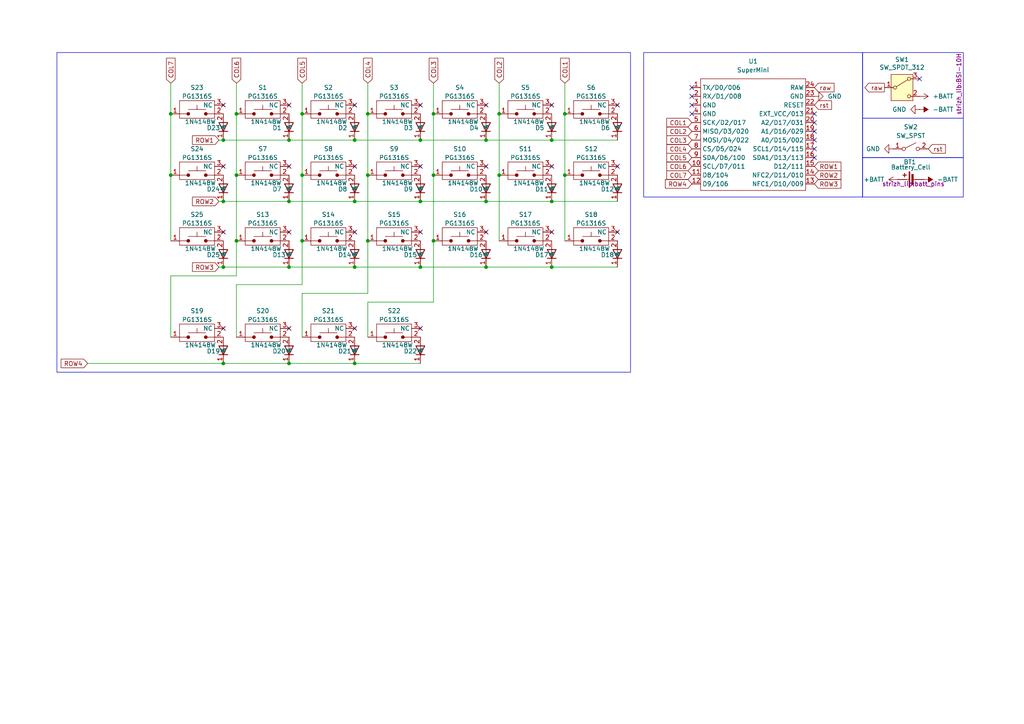
<source format=kicad_sch>
(kicad_sch (version 20250114) (generator "eeschema") (generator_version "9.0")
  (paper "A4")
  (title_block (title "strizh keyboard left half (7 columns)") (rev "v1.0.0") (company "Alex Rozhkov (ralex2304)"))
  (lib_symbols
    (symbol "Device:Battery_Cell" (pin_numbers (hide yes)) (pin_names (offset 0) (hide yes))
      (property "Reference" "BT1" (at 5.08 1.524 90))
      (property "Value" "Battery_Cell" (at 3.556 1.27 90))
      (property "Footprint" "strizh_lib:batt_pins" (at -1.27 0.508 90))
      (symbol "Battery_Cell_0_1"
        (rectangle (start -2.286 1.778) (end 2.286 1.524) (fill (type outline)))
        (rectangle (start -1.524 1.016) (end 1.524 0.508) (fill (type outline)))
        (polyline (pts (xy 0 1.778) (xy 0 2.54)))
        (polyline (pts (xy 0 0.762) (xy 0 0)))
        (polyline (pts (xy 0.762 3.048) (xy 1.778 3.048)) (stroke (width 0.254)))
        (polyline (pts (xy 1.27 3.556) (xy 1.27 2.54)) (stroke (width 0.254)))
      )
      (symbol "Battery_Cell_1_1"
        (pin power_out line (at 0 5.08 270) (length 2.54) (name "+") (number "1"))
        (pin power_out line (at 0 -2.54 90) (length 2.54) (name "-") (number "2"))
      )
    )
    (symbol "Switch:SW_SPDT_312" (pin_names (offset 1) (hide yes))
      (property "Reference" "SW" (at 0 5.08 0))
      (property "Value" "SW_SPDT_312" (at 0 -5.08 0))
      (symbol "SW_SPDT_312_0_1"
        (circle (center -2.032 0) (radius 0.4572))
        (polyline (pts (xy -1.651 0.254) (xy 1.651 2.286)))
        (circle (center 2.032 2.54) (radius 0.4572))
        (circle (center 2.032 -2.54) (radius 0.4572))
      )
      (symbol "SW_SPDT_312_1_1"
        (rectangle (start -3.175 3.81) (end 3.175 -3.81) (fill (type background)))
        (pin passive line (at -5.08 0 0) (length 2.54) (name "B") (number "1"))
        (pin passive line (at 5.08 2.54 180) (length 2.54) (name "A") (number "3"))
        (pin passive line (at 5.08 -2.54 180) (length 2.54) (name "C") (number "2"))
      )
    )
    (symbol "Switch:SW_SPST" (pin_names (offset 0) (hide yes))
      (property "Reference" "SW" (at 0 3.175 0))
      (property "Value" "SW_SPST" (at 0 -2.54 0))
      (symbol "SW_SPST_0_0"
        (circle (center -2.032 0) (radius 0.508))
        (polyline (pts (xy -1.524 0.254) (xy 1.524 1.778)))
        (circle (center 2.032 0) (radius 0.508))
      )
      (symbol "SW_SPST_1_1"
        (pin passive line (at -5.08 0 0) (length 2.54) (name "A") (number "1"))
        (pin passive line (at 5.08 0 180) (length 2.54) (name "B") (number "2"))
      )
    )
    (symbol "power:+BATT" (power) (pin_numbers (hide yes)) (pin_names (offset 0) (hide yes))
      (property "Value" "+BATT" (at 0 3.556 0))
      (symbol "+BATT_0_1"
        (polyline (pts (xy -0.762 1.27) (xy 0 2.54)))
        (polyline (pts (xy 0 2.54) (xy 0.762 1.27)))
        (polyline (pts (xy 0 0) (xy 0 2.54)))
      )
      (symbol "+BATT_1_1"
        (pin power_in line (at 0 0 90) (length 0) (name "~") (number "1"))
      )
    )
    (symbol "power:-BATT" (power) (pin_numbers (hide yes)) (pin_names (offset 0) (hide yes))
      (property "Value" "-BATT" (at 0 3.556 0))
      (symbol "-BATT_0_1"
        (polyline (pts (xy 0 0) (xy 0 2.54)))
        (polyline (pts (xy 0.762 1.27) (xy -0.762 1.27) (xy 0 2.54) (xy 0.762 1.27)) (fill (type outline)))
      )
      (symbol "-BATT_1_1"
        (pin power_in line (at 0 0 90) (length 0) (name "~") (number "1"))
      )
    )
    (symbol "power:GND" (power) (pin_numbers (hide yes)) (pin_names (offset 0) (hide yes))
      (property "Value" "GND" (at 0 -3.81 0))
      (symbol "GND_0_1"
        (polyline (pts (xy 0 0) (xy 0 -1.27) (xy 1.27 -1.27) (xy 0 -2.54) (xy -1.27 -1.27) (xy 0 -1.27)))
      )
      (symbol "GND_1_1"
        (pin power_in line (at 0 0 270) (length 0) (name "~") (number "1"))
      )
    )
    (symbol "strizh_lib:1N4148W"
      (property "Reference" "D" (at 0 0 0))
      (property "Value" "1N4148W" (at -0.254 -5.334 0))
      (property "Footprint" "strizh_lib:1N4148W_SOD-123" (at 0 -5.334 0))
      (symbol "1N4148W_0_1"
        (polyline (pts (xy -1.27 -1.27) (xy -1.27 -3.81)) (stroke (width 0.254)))
        (polyline (pts (xy 1.27 -1.27) (xy 1.27 -3.81) (xy -1.27 -2.54) (xy 1.27 -1.27)) (stroke (width 0.254)))
        (polyline (pts (xy 1.27 -2.54) (xy -1.27 -2.54)))
      )
      (symbol "1N4148W_1_1"
        (pin passive line (at -3.81 -2.54 0) (length 2.54) (name "K") (number "1"))
        (pin passive line (at 3.81 -2.54 180) (length 2.54) (name "A") (number "2"))
      )
    )
    (symbol "strizh_lib:PG1316S"
      (property "Reference" "S" (at 0 0 0))
      (property "Value" "PG1316S" (at 0 -7.366 0))
      (symbol "PG1316S_0_1"
        (rectangle (start -5.08 -1.27) (end 5.08 -6.35))
        (polyline (pts (xy -5.08 -5.08) (xy -2.54 -5.08)))
        (polyline (pts (xy -2.54 -3.81) (xy 2.54 -3.81)))
        (polyline (pts (xy 0 -3.81) (xy 0 -2.54)))
        (polyline (pts (xy 5.08 -5.08) (xy 2.54 -5.08)))
      )
      (symbol "PG1316S_1_1"
        (circle (center -2.54 -5.08) (radius 0.508) (stroke (width -0.0001)) (fill (type outline)))
        (circle (center 2.54 -5.08) (radius 0.508) (stroke (width -0.0001)) (fill (type outline)))
        (pin bidirectional line (at -7.62 -5.08 0) (length 2.54) (name "1") (number "1"))
        (pin no_connect line (at 7.62 -2.54 180) (length 2.54) (name "NC") (number "3"))
        (pin bidirectional line (at 7.62 -5.08 180) (length 2.54) (name "2") (number "2"))
      )
    )
    (symbol "strizh_lib:supermini_nrf52840"
      (property "Reference" "U" (at 0 0 0))
      (property "Value" "SuperMini" (at 0 -35.306 0))
      (property "Footprint" "strizh_lib:supermini_nrf52840" (at 0 0 0))
      (symbol "supermini_nrf52840_0_1"
        (rectangle (start -15.24 -1.27) (end 15.24 -33.655))
      )
      (symbol "supermini_nrf52840_1_1"
        (pin bidirectional line (at -17.78 -3.81 0) (length 2.54) (name "TX/D0/006") (number "1"))
        (pin bidirectional line (at -17.78 -6.35 0) (length 2.54) (name "RX/D1/008") (number "2"))
        (pin power_in line (at -17.78 -8.89 0) (length 2.54) (name "GND") (number "3"))
        (pin power_in line (at -17.78 -11.43 0) (length 2.54) (name "GND") (number "4"))
        (pin bidirectional line (at -17.78 -13.97 0) (length 2.54) (name "SCK/D2/017") (number "5"))
        (pin bidirectional line (at -17.78 -16.51 0) (length 2.54) (name "MISO/D3/020") (number "6"))
        (pin bidirectional line (at -17.78 -19.05 0) (length 2.54) (name "MOSI/D4/022") (number "7"))
        (pin bidirectional line (at -17.78 -21.59 0) (length 2.54) (name "CS/D5/024") (number "8"))
        (pin bidirectional line (at -17.78 -24.13 0) (length 2.54) (name "SDA/D6/100") (number "9"))
        (pin bidirectional line (at -17.78 -26.67 0) (length 2.54) (name "SCL/D7/011") (number "10"))
        (pin bidirectional line (at -17.78 -29.21 0) (length 2.54) (name "D8/104") (number "11"))
        (pin bidirectional line (at -17.78 -31.75 0) (length 2.54) (name "D9/106") (number "12"))
        (pin power_in line (at 17.78 -3.81 180) (length 2.54) (name "RAW") (number "24"))
        (pin power_in line (at 17.78 -6.35 180) (length 2.54) (name "GND") (number "23"))
        (pin input line (at 17.78 -8.89 180) (length 2.54) (name "RESET") (number "22"))
        (pin power_out line (at 17.78 -11.43 180) (length 2.54) (name "EXT_VCC/013") (number "21"))
        (pin bidirectional line (at 17.78 -13.97 180) (length 2.54) (name "A2/D17/031") (number "20"))
        (pin bidirectional line (at 17.78 -16.51 180) (length 2.54) (name "A1/D16/029") (number "19"))
        (pin bidirectional line (at 17.78 -19.05 180) (length 2.54) (name "A0/D15/002") (number "18"))
        (pin bidirectional line (at 17.78 -21.59 180) (length 2.54) (name "SCL1/D14/115") (number "17"))
        (pin bidirectional line (at 17.78 -24.13 180) (length 2.54) (name "SDA1/D13/113") (number "16"))
        (pin bidirectional line (at 17.78 -26.67 180) (length 2.54) (name "D12/111") (number "15"))
        (pin bidirectional line (at 17.78 -29.21 180) (length 2.54) (name "NFC2/D11/010") (number "14"))
        (pin bidirectional line (at 17.78 -31.75 180) (length 2.54) (name "NFC1/D10/009") (number "13"))
      )
    )
  )
  (rectangle (start 16.51 15.24) (end 182.88 107.95))
  (rectangle (start 250.19 45.72) (end 279.4 57.15))
  (rectangle (start 250.19 34.29) (end 279.4 45.72))
  (rectangle (start 186.69 15.24) (end 250.19 57.15))
  (rectangle (start 250.19 15.24) (end 279.4 34.29))
  (junction (at 121.92 40.64))
  (junction (at 68.58 33.02))
  (junction (at 64.77 58.42))
  (junction (at 125.73 33.02))
  (junction (at 160.02 40.64))
  (junction (at 163.83 33.02))
  (junction (at 144.78 33.02))
  (junction (at 160.02 58.42))
  (junction (at 121.92 58.42))
  (junction (at 83.82 105.41))
  (junction (at 106.68 69.85))
  (junction (at 68.58 50.8))
  (junction (at 102.87 58.42))
  (junction (at 106.68 33.02))
  (junction (at 102.87 77.47))
  (junction (at 102.87 40.64))
  (junction (at 160.02 77.47))
  (junction (at 106.68 50.8))
  (junction (at 83.82 40.64))
  (junction (at 140.97 58.42))
  (junction (at 163.83 50.8))
  (junction (at 64.77 77.47))
  (junction (at 144.78 50.8))
  (junction (at 121.92 77.47))
  (junction (at 64.77 105.41))
  (junction (at 64.77 40.64))
  (junction (at 140.97 77.47))
  (junction (at 83.82 77.47))
  (junction (at 102.87 105.41))
  (junction (at 49.53 50.8))
  (junction (at 87.63 33.02))
  (junction (at 125.73 50.8))
  (junction (at 49.53 33.02))
  (junction (at 68.58 69.85))
  (junction (at 125.73 69.85))
  (junction (at 87.63 69.85))
  (junction (at 83.82 58.42))
  (junction (at 87.63 50.8))
  (junction (at 140.97 40.64))
  (no_connect (at 179.07 48.26))
  (no_connect (at 160.02 48.26))
  (no_connect (at 200.66 30.48))
  (no_connect (at 121.92 48.26))
  (no_connect (at 200.66 27.94))
  (no_connect (at 200.66 25.4))
  (no_connect (at 160.02 30.48))
  (no_connect (at 64.77 67.31))
  (no_connect (at 179.07 67.31))
  (no_connect (at 83.82 95.25))
  (no_connect (at 121.92 30.48))
  (no_connect (at 121.92 67.31))
  (no_connect (at 236.22 43.18))
  (no_connect (at 266.7 22.86))
  (no_connect (at 160.02 67.31))
  (no_connect (at 64.77 48.26))
  (no_connect (at 140.97 30.48))
  (no_connect (at 179.07 30.48))
  (no_connect (at 102.87 30.48))
  (no_connect (at 236.22 38.1))
  (no_connect (at 83.82 30.48))
  (no_connect (at 121.92 95.25))
  (no_connect (at 102.87 95.25))
  (no_connect (at 102.87 48.26))
  (no_connect (at 236.22 35.56))
  (no_connect (at 83.82 67.31))
  (no_connect (at 140.97 48.26))
  (no_connect (at 236.22 45.72))
  (no_connect (at 236.22 40.64))
  (no_connect (at 83.82 48.26))
  (no_connect (at 200.66 33.02))
  (no_connect (at 64.77 95.25))
  (no_connect (at 102.87 67.31))
  (no_connect (at 236.22 33.02))
  (no_connect (at 140.97 67.31))
  (no_connect (at 64.77 30.48))
  (wire (pts (xy 87.63 85.09) (xy 87.63 97.79)))
  (wire (pts (xy 83.82 58.42) (xy 102.87 58.42)))
  (wire (pts (xy 144.78 50.8) (xy 144.78 69.85)))
  (wire (pts (xy 63.5 40.64) (xy 64.77 40.64)))
  (wire (pts (xy 68.58 69.85) (xy 68.58 80.01)))
  (wire (pts (xy 106.68 24.13) (xy 106.68 33.02)))
  (wire (pts (xy 64.77 40.64) (xy 83.82 40.64)))
  (wire (pts (xy 49.53 33.02) (xy 49.53 50.8)))
  (wire (pts (xy 87.63 50.8) (xy 87.63 69.85)))
  (wire (pts (xy 106.68 33.02) (xy 106.68 50.8)))
  (wire (pts (xy 102.87 105.41) (xy 121.92 105.41)))
  (wire (pts (xy 63.5 77.47) (xy 64.77 77.47)))
  (wire (pts (xy 121.92 58.42) (xy 140.97 58.42)))
  (wire (pts (xy 64.77 105.41) (xy 83.82 105.41)))
  (wire (pts (xy 87.63 33.02) (xy 87.63 50.8)))
  (wire (pts (xy 160.02 58.42) (xy 179.07 58.42)))
  (wire (pts (xy 140.97 77.47) (xy 160.02 77.47)))
  (wire (pts (xy 64.77 77.47) (xy 83.82 77.47)))
  (wire (pts (xy 106.68 87.63) (xy 106.68 97.79)))
  (wire (pts (xy 121.92 40.64) (xy 140.97 40.64)))
  (wire (pts (xy 83.82 105.41) (xy 102.87 105.41)))
  (wire (pts (xy 25.4 105.41) (xy 64.77 105.41)))
  (wire (pts (xy 68.58 82.55) (xy 68.58 97.79)))
  (wire (pts (xy 160.02 40.64) (xy 179.07 40.64)))
  (wire (pts (xy 87.63 24.13) (xy 87.63 33.02)))
  (wire (pts (xy 83.82 40.64) (xy 102.87 40.64)))
  (wire (pts (xy 140.97 58.42) (xy 160.02 58.42)))
  (wire (pts (xy 125.73 87.63) (xy 106.68 87.63)))
  (wire (pts (xy 63.5 58.42) (xy 64.77 58.42)))
  (wire (pts (xy 68.58 33.02) (xy 68.58 50.8)))
  (wire (pts (xy 102.87 40.64) (xy 121.92 40.64)))
  (wire (pts (xy 121.92 77.47) (xy 140.97 77.47)))
  (wire (pts (xy 87.63 82.55) (xy 68.58 82.55)))
  (wire (pts (xy 87.63 69.85) (xy 87.63 82.55)))
  (wire (pts (xy 144.78 24.13) (xy 144.78 33.02)))
  (wire (pts (xy 106.68 50.8) (xy 106.68 69.85)))
  (wire (pts (xy 160.02 77.47) (xy 179.07 77.47)))
  (wire (pts (xy 102.87 77.47) (xy 121.92 77.47)))
  (wire (pts (xy 106.68 85.09) (xy 87.63 85.09)))
  (wire (pts (xy 163.83 24.13) (xy 163.83 33.02)))
  (wire (pts (xy 144.78 33.02) (xy 144.78 50.8)))
  (wire (pts (xy 106.68 69.85) (xy 106.68 85.09)))
  (wire (pts (xy 163.83 50.8) (xy 163.83 69.85)))
  (wire (pts (xy 125.73 24.13) (xy 125.73 33.02)))
  (wire (pts (xy 68.58 24.13) (xy 68.58 33.02)))
  (wire (pts (xy 49.53 50.8) (xy 49.53 69.85)))
  (wire (pts (xy 102.87 58.42) (xy 121.92 58.42)))
  (wire (pts (xy 49.53 24.13) (xy 49.53 33.02)))
  (wire (pts (xy 49.53 80.01) (xy 49.53 97.79)))
  (wire (pts (xy 68.58 50.8) (xy 68.58 69.85)))
  (wire (pts (xy 64.77 58.42) (xy 83.82 58.42)))
  (wire (pts (xy 83.82 77.47) (xy 102.87 77.47)))
  (wire (pts (xy 68.58 80.01) (xy 49.53 80.01)))
  (wire (pts (xy 125.73 50.8) (xy 125.73 69.85)))
  (wire (pts (xy 125.73 33.02) (xy 125.73 50.8)))
  (wire (pts (xy 140.97 40.64) (xy 160.02 40.64)))
  (wire (pts (xy 125.73 69.85) (xy 125.73 87.63)))
  (wire (pts (xy 163.83 33.02) (xy 163.83 50.8)))
  (global_label "raw" (shape output) (at 256.54 25.4 180) (property "Intersheetrefs" "${INTERSHEET_REFS}" (effects (hide yes))))
  (global_label "ROW1" (shape input) (at 63.5 40.64 180) (property "Intersheetrefs" "${INTERSHEET_REFS}" (effects (hide yes))))
  (global_label "COL3" (shape input) (at 125.73 24.13 90) (property "Intersheetrefs" "${INTERSHEET_REFS}" (effects (hide yes))))
  (global_label "COL4" (shape input) (at 200.66 43.18 180) (property "Intersheetrefs" "${INTERSHEET_REFS}" (effects (hide yes))))
  (global_label "COL5" (shape input) (at 200.66 45.72 180) (property "Intersheetrefs" "${INTERSHEET_REFS}" (effects (hide yes))))
  (global_label "COL7" (shape input) (at 49.53 24.13 90) (property "Intersheetrefs" "${INTERSHEET_REFS}" (effects (hide yes))))
  (global_label "COL6" (shape input) (at 200.66 48.26 180) (property "Intersheetrefs" "${INTERSHEET_REFS}" (effects (hide yes))))
  (global_label "COL5" (shape input) (at 87.63 24.13 90) (property "Intersheetrefs" "${INTERSHEET_REFS}" (effects (hide yes))))
  (global_label "COL7" (shape input) (at 200.66 50.8 180) (property "Intersheetrefs" "${INTERSHEET_REFS}" (effects (hide yes))))
  (global_label "ROW2" (shape input) (at 63.5 58.42 180) (property "Intersheetrefs" "${INTERSHEET_REFS}" (effects (hide yes))))
  (global_label "ROW1" (shape input) (at 236.22 48.26 0) (property "Intersheetrefs" "${INTERSHEET_REFS}" (effects (hide yes))))
  (global_label "COL2" (shape input) (at 200.66 38.1 180) (property "Intersheetrefs" "${INTERSHEET_REFS}" (effects (hide yes))))
  (global_label "COL1" (shape input) (at 163.83 24.13 90) (property "Intersheetrefs" "${INTERSHEET_REFS}" (effects (hide yes))))
  (global_label "COL6" (shape input) (at 68.58 24.13 90) (property "Intersheetrefs" "${INTERSHEET_REFS}" (effects (hide yes))))
  (global_label "rst" (shape input) (at 236.22 30.48 0) (property "Intersheetrefs" "${INTERSHEET_REFS}" (effects (hide yes))))
  (global_label "ROW2" (shape input) (at 236.22 50.8 0) (property "Intersheetrefs" "${INTERSHEET_REFS}" (effects (hide yes))))
  (global_label "COL3" (shape input) (at 200.66 40.64 180) (property "Intersheetrefs" "${INTERSHEET_REFS}" (effects (hide yes))))
  (global_label "rst" (shape input) (at 269.24 43.18 0) (property "Intersheetrefs" "${INTERSHEET_REFS}" (effects (hide yes))))
  (global_label "COL2" (shape input) (at 144.78 24.13 90) (property "Intersheetrefs" "${INTERSHEET_REFS}" (effects (hide yes))))
  (global_label "raw" (shape input) (at 236.22 25.4 0) (property "Intersheetrefs" "${INTERSHEET_REFS}" (effects (hide yes))))
  (global_label "ROW4" (shape input) (at 25.4 105.41 180) (property "Intersheetrefs" "${INTERSHEET_REFS}" (effects (hide yes))))
  (global_label "COL4" (shape input) (at 106.68 24.13 90) (property "Intersheetrefs" "${INTERSHEET_REFS}" (effects (hide yes))))
  (global_label "COL1" (shape input) (at 200.66 35.56 180) (property "Intersheetrefs" "${INTERSHEET_REFS}" (effects (hide yes))))
  (global_label "ROW3" (shape input) (at 236.22 53.34 0) (property "Intersheetrefs" "${INTERSHEET_REFS}" (effects (hide yes))))
  (global_label "ROW3" (shape input) (at 63.5 77.47 180) (property "Intersheetrefs" "${INTERSHEET_REFS}" (effects (hide yes))))
  (global_label "ROW4" (shape input) (at 200.66 53.34 180) (property "Intersheetrefs" "${INTERSHEET_REFS}" (effects (hide yes))))
  (symbol (lib_id "strizh_lib:PG1316S") (at 57.15 27.94 0) (unit 1)
    (property "Reference" "S23" (at 57.15 25.4 0))
    (property "Value" "PG1316S" (at 57.15 27.94 0))
    (property "Footprint" "strizh_lib:PG1316S" (effects (hide yes)))
    (property "Datasheet" "https://www.kailhswitch.com/uploads/15927/files/CPG1316S01D02-data-sheet.pdf?rnd=134" (effects (hide yes)))
  )
  (symbol (lib_id "strizh_lib:1N4148W") (at 62.23 101.6 90) (unit 1)
    (property "Reference" "D19" (at 59.944 101.854 90) (effects (justify right)))
    (property "Value" "1N4148W" (at 53.594 100.076 90) (effects (justify right)))
    (property "Footprint" "strizh_lib:1N4148W_SOD-123" (effects (hide yes)))
    (property "Datasheet" "https://static.chipdip.ru/lib/858/DOC011858511.pdf" (effects (hide yes)))
  )
  (symbol (lib_id "strizh_lib:PG1316S") (at 76.2 92.71 0) (unit 1)
    (property "Reference" "S20" (at 76.2 90.17 0))
    (property "Value" "PG1316S" (at 76.2 92.71 0))
    (property "Footprint" "strizh_lib:PG1316S" (effects (hide yes)))
    (property "Datasheet" "https://www.kailhswitch.com/uploads/15927/files/CPG1316S01D02-data-sheet.pdf?rnd=134" (effects (hide yes)))
  )
  (symbol (lib_id "strizh_lib:PG1316S") (at 114.3 45.72 0) (unit 1)
    (property "Reference" "S9" (at 114.3 43.18 0))
    (property "Value" "PG1316S" (at 114.3 45.72 0))
    (property "Footprint" "strizh_lib:PG1316S" (effects (hide yes)))
    (property "Datasheet" "https://www.kailhswitch.com/uploads/15927/files/CPG1316S01D02-data-sheet.pdf?rnd=134" (effects (hide yes)))
  )
  (symbol (lib_id "strizh_lib:PG1316S") (at 114.3 92.71 0) (unit 1)
    (property "Reference" "S22" (at 114.3 90.17 0))
    (property "Value" "PG1316S" (at 114.3 92.71 0))
    (property "Footprint" "strizh_lib:PG1316S" (effects (hide yes)))
    (property "Datasheet" "https://www.kailhswitch.com/uploads/15927/files/CPG1316S01D02-data-sheet.pdf?rnd=134" (effects (hide yes)))
  )
  (symbol (lib_id "strizh_lib:PG1316S") (at 57.15 45.72 0) (unit 1)
    (property "Reference" "S24" (at 57.15 43.18 0))
    (property "Value" "PG1316S" (at 57.15 45.72 0))
    (property "Footprint" "strizh_lib:PG1316S" (effects (hide yes)))
    (property "Datasheet" "https://www.kailhswitch.com/uploads/15927/files/CPG1316S01D02-data-sheet.pdf?rnd=134" (effects (hide yes)))
  )
  (symbol (lib_id "strizh_lib:1N4148W") (at 100.33 73.66 90) (unit 1)
    (property "Reference" "D14" (at 98.044 73.914 90) (effects (justify right)))
    (property "Value" "1N4148W" (at 91.694 72.136 90) (effects (justify right)))
    (property "Footprint" "strizh_lib:1N4148W_SOD-123" (effects (hide yes)))
    (property "Datasheet" "https://static.chipdip.ru/lib/858/DOC011858511.pdf" (effects (hide yes)))
  )
  (symbol (lib_id "strizh_lib:PG1316S") (at 76.2 64.77 0) (unit 1)
    (property "Reference" "S13" (at 76.2 62.23 0))
    (property "Value" "PG1316S" (at 76.2 64.77 0))
    (property "Footprint" "strizh_lib:PG1316S" (effects (hide yes)))
    (property "Datasheet" "https://www.kailhswitch.com/uploads/15927/files/CPG1316S01D02-data-sheet.pdf?rnd=134" (effects (hide yes)))
  )
  (symbol (lib_id "strizh_lib:1N4148W") (at 81.28 36.83 90) (unit 1)
    (property "Reference" "D1" (at 78.994 37.084 90) (effects (justify right)))
    (property "Value" "1N4148W" (at 72.644 35.306 90) (effects (justify right)))
    (property "Footprint" "strizh_lib:1N4148W_SOD-123" (effects (hide yes)))
    (property "Datasheet" "https://static.chipdip.ru/lib/858/DOC011858511.pdf" (effects (hide yes)))
  )
  (symbol (lib_id "strizh_lib:1N4148W") (at 81.28 73.66 90) (unit 1)
    (property "Reference" "D13" (at 78.994 73.914 90) (effects (justify right)))
    (property "Value" "1N4148W" (at 72.644 72.136 90) (effects (justify right)))
    (property "Footprint" "strizh_lib:1N4148W_SOD-123" (effects (hide yes)))
    (property "Datasheet" "https://static.chipdip.ru/lib/858/DOC011858511.pdf" (effects (hide yes)))
  )
  (symbol (lib_id "strizh_lib:PG1316S") (at 76.2 45.72 0) (unit 1)
    (property "Reference" "S7" (at 76.2 43.18 0))
    (property "Value" "PG1316S" (at 76.2 45.72 0))
    (property "Footprint" "strizh_lib:PG1316S" (effects (hide yes)))
    (property "Datasheet" "https://www.kailhswitch.com/uploads/15927/files/CPG1316S01D02-data-sheet.pdf?rnd=134" (effects (hide yes)))
  )
  (symbol (lib_id "strizh_lib:1N4148W") (at 100.33 54.61 90) (unit 1)
    (property "Reference" "D8" (at 98.044 54.864 90) (effects (justify right)))
    (property "Value" "1N4148W" (at 91.694 53.086 90) (effects (justify right)))
    (property "Footprint" "strizh_lib:1N4148W_SOD-123" (effects (hide yes)))
    (property "Datasheet" "https://static.chipdip.ru/lib/858/DOC011858511.pdf" (effects (hide yes)))
  )
  (symbol (lib_id "strizh_lib:PG1316S") (at 171.45 27.94 0) (unit 1)
    (property "Reference" "S6" (at 171.45 25.4 0))
    (property "Value" "PG1316S" (at 171.45 27.94 0))
    (property "Footprint" "strizh_lib:PG1316S" (effects (hide yes)))
    (property "Datasheet" "https://www.kailhswitch.com/uploads/15927/files/CPG1316S01D02-data-sheet.pdf?rnd=134" (effects (hide yes)))
  )
  (symbol (lib_id "strizh_lib:PG1316S") (at 95.25 92.71 0) (unit 1)
    (property "Reference" "S21" (at 95.25 90.17 0))
    (property "Value" "PG1316S" (at 95.25 92.71 0))
    (property "Footprint" "strizh_lib:PG1316S" (effects (hide yes)))
    (property "Datasheet" "https://www.kailhswitch.com/uploads/15927/files/CPG1316S01D02-data-sheet.pdf?rnd=134" (effects (hide yes)))
  )
  (symbol (lib_id "strizh_lib:1N4148W") (at 119.38 101.6 90) (unit 1)
    (property "Reference" "D22" (at 117.094 101.854 90) (effects (justify right)))
    (property "Value" "1N4148W" (at 110.744 100.076 90) (effects (justify right)))
    (property "Footprint" "strizh_lib:1N4148W_SOD-123" (effects (hide yes)))
    (property "Datasheet" "https://static.chipdip.ru/lib/858/DOC011858511.pdf" (effects (hide yes)))
  )
  (symbol (lib_id "strizh_lib:PG1316S") (at 95.25 64.77 0) (unit 1)
    (property "Reference" "S14" (at 95.25 62.23 0))
    (property "Value" "PG1316S" (at 95.25 64.77 0))
    (property "Footprint" "strizh_lib:PG1316S" (effects (hide yes)))
    (property "Datasheet" "https://www.kailhswitch.com/uploads/15927/files/CPG1316S01D02-data-sheet.pdf?rnd=134" (effects (hide yes)))
  )
  (symbol (lib_id "strizh_lib:1N4148W") (at 62.23 73.66 90) (unit 1)
    (property "Reference" "D25" (at 59.944 73.914 90) (effects (justify right)))
    (property "Value" "1N4148W" (at 53.594 72.136 90) (effects (justify right)))
    (property "Footprint" "strizh_lib:1N4148W_SOD-123" (effects (hide yes)))
    (property "Datasheet" "https://static.chipdip.ru/lib/858/DOC011858511.pdf" (effects (hide yes)))
  )
  (symbol (lib_id "Device:Battery_Cell") (at 265.43 52.07 90) (unit 1)
    (property "Reference" "BT1" (at 263.906 46.99 90))
    (property "Value" "Battery_Cell" (at 264.16 48.514 90))
    (property "Footprint" "strizh_lib:batt_pins" (at 264.922 53.34 90))
    (property "Description" "Single-cell battery" (effects (hide yes)))
  )
  (symbol (lib_id "strizh_lib:PG1316S") (at 114.3 27.94 0) (unit 1)
    (property "Reference" "S3" (at 114.3 25.4 0))
    (property "Value" "PG1316S" (at 114.3 27.94 0))
    (property "Footprint" "strizh_lib:PG1316S" (effects (hide yes)))
    (property "Datasheet" "https://www.kailhswitch.com/uploads/15927/files/CPG1316S01D02-data-sheet.pdf?rnd=134" (effects (hide yes)))
  )
  (symbol (lib_id "strizh_lib:PG1316S") (at 171.45 45.72 0) (unit 1)
    (property "Reference" "S12" (at 171.45 43.18 0))
    (property "Value" "PG1316S" (at 171.45 45.72 0))
    (property "Footprint" "strizh_lib:PG1316S" (effects (hide yes)))
    (property "Datasheet" "https://www.kailhswitch.com/uploads/15927/files/CPG1316S01D02-data-sheet.pdf?rnd=134" (effects (hide yes)))
  )
  (symbol (lib_id "strizh_lib:PG1316S") (at 152.4 45.72 0) (unit 1)
    (property "Reference" "S11" (at 152.4 43.18 0))
    (property "Value" "PG1316S" (at 152.4 45.72 0))
    (property "Footprint" "strizh_lib:PG1316S" (effects (hide yes)))
    (property "Datasheet" "https://www.kailhswitch.com/uploads/15927/files/CPG1316S01D02-data-sheet.pdf?rnd=134" (effects (hide yes)))
  )
  (symbol (lib_id "strizh_lib:PG1316S") (at 133.35 64.77 0) (unit 1)
    (property "Reference" "S16" (at 133.35 62.23 0))
    (property "Value" "PG1316S" (at 133.35 64.77 0))
    (property "Footprint" "strizh_lib:PG1316S" (effects (hide yes)))
    (property "Datasheet" "https://www.kailhswitch.com/uploads/15927/files/CPG1316S01D02-data-sheet.pdf?rnd=134" (effects (hide yes)))
  )
  (symbol (lib_id "strizh_lib:1N4148W") (at 138.43 54.61 90) (unit 1)
    (property "Reference" "D10" (at 136.144 54.864 90) (effects (justify right)))
    (property "Value" "1N4148W" (at 129.794 53.086 90) (effects (justify right)))
    (property "Footprint" "strizh_lib:1N4148W_SOD-123" (effects (hide yes)))
    (property "Datasheet" "https://static.chipdip.ru/lib/858/DOC011858511.pdf" (effects (hide yes)))
  )
  (symbol (lib_id "Switch:SW_SPDT_312") (at 261.62 25.4 0) (unit 1)
    (property "Reference" "SW1" (at 261.62 17.272 0))
    (property "Value" "SW_SPDT_312" (at 261.62 19.558 0))
    (property "Footprint" "strizh_lib:BSI-10H" (at 278.13 24.384 90))
    (property "Description" "Switch, single pole double throw" (effects (hide yes)))
  )
  (symbol (lib_id "power:-BATT") (at 266.7 31.75 270) (unit 1)
    (property "Reference" "#PWR9" (effects (hide yes)))
    (property "Value" "-BATT" (at 270.51 31.7499 90) (effects (justify left)))
    (property "Description" "Power symbol creates a global label with name \"-BATT\"" (effects (hide yes)))
  )
  (symbol (lib_id "strizh_lib:1N4148W") (at 138.43 73.66 90) (unit 1)
    (property "Reference" "D16" (at 136.144 73.914 90) (effects (justify right)))
    (property "Value" "1N4148W" (at 129.794 72.136 90) (effects (justify right)))
    (property "Footprint" "strizh_lib:1N4148W_SOD-123" (effects (hide yes)))
    (property "Datasheet" "https://static.chipdip.ru/lib/858/DOC011858511.pdf" (effects (hide yes)))
  )
  (symbol (lib_id "strizh_lib:PG1316S") (at 95.25 27.94 0) (unit 1)
    (property "Reference" "S2" (at 95.25 25.4 0))
    (property "Value" "PG1316S" (at 95.25 27.94 0))
    (property "Footprint" "strizh_lib:PG1316S" (effects (hide yes)))
    (property "Datasheet" "https://www.kailhswitch.com/uploads/15927/files/CPG1316S01D02-data-sheet.pdf?rnd=134" (effects (hide yes)))
  )
  (symbol (lib_id "strizh_lib:1N4148W") (at 157.48 73.66 90) (unit 1)
    (property "Reference" "D17" (at 155.194 73.914 90) (effects (justify right)))
    (property "Value" "1N4148W" (at 148.844 72.136 90) (effects (justify right)))
    (property "Footprint" "strizh_lib:1N4148W_SOD-123" (effects (hide yes)))
    (property "Datasheet" "https://static.chipdip.ru/lib/858/DOC011858511.pdf" (effects (hide yes)))
  )
  (symbol (lib_id "power:GND") (at 266.7 31.75 270) (unit 1)
    (property "Reference" "#PWR10" (effects (hide yes)))
    (property "Value" "GND" (at 262.89 31.7499 90) (effects (justify right)))
    (property "Description" "Power symbol creates a global label with name \"GND\" , ground" (effects (hide yes)))
  )
  (symbol (lib_id "strizh_lib:PG1316S") (at 133.35 27.94 0) (unit 1)
    (property "Reference" "S4" (at 133.35 25.4 0))
    (property "Value" "PG1316S" (at 133.35 27.94 0))
    (property "Footprint" "strizh_lib:PG1316S" (effects (hide yes)))
    (property "Datasheet" "https://www.kailhswitch.com/uploads/15927/files/CPG1316S01D02-data-sheet.pdf?rnd=134" (effects (hide yes)))
  )
  (symbol (lib_id "strizh_lib:1N4148W") (at 81.28 101.6 90) (unit 1)
    (property "Reference" "D20" (at 78.994 101.854 90) (effects (justify right)))
    (property "Value" "1N4148W" (at 72.644 100.076 90) (effects (justify right)))
    (property "Footprint" "strizh_lib:1N4148W_SOD-123" (effects (hide yes)))
    (property "Datasheet" "https://static.chipdip.ru/lib/858/DOC011858511.pdf" (effects (hide yes)))
  )
  (symbol (lib_id "power:GND") (at 259.08 43.18 270) (unit 1)
    (property "Reference" "#PWR5" (effects (hide yes)))
    (property "Value" "GND" (at 255.27 43.1799 90) (effects (justify right)))
    (property "Description" "Power symbol creates a global label with name \"GND\" , ground" (effects (hide yes)))
  )
  (symbol (lib_id "strizh_lib:1N4148W") (at 119.38 54.61 90) (unit 1)
    (property "Reference" "D9" (at 117.094 54.864 90) (effects (justify right)))
    (property "Value" "1N4148W" (at 110.744 53.086 90) (effects (justify right)))
    (property "Footprint" "strizh_lib:1N4148W_SOD-123" (effects (hide yes)))
    (property "Datasheet" "https://static.chipdip.ru/lib/858/DOC011858511.pdf" (effects (hide yes)))
  )
  (symbol (lib_id "Switch:SW_SPST") (at 264.16 43.18 0) (unit 1)
    (property "Reference" "SW2" (at 264.16 36.83 0))
    (property "Value" "SW_SPST" (at 264.16 39.37 0))
    (property "Footprint" "Button_Switch_SMD:SW_SPST_SKQG_WithStem" (effects (hide yes)))
    (property "Description" "Single Pole Single Throw (SPST) switch" (effects (hide yes)))
  )
  (symbol (lib_id "strizh_lib:1N4148W") (at 62.23 54.61 90) (unit 1)
    (property "Reference" "D24" (at 59.944 54.864 90) (effects (justify right)))
    (property "Value" "1N4148W" (at 53.594 53.086 90) (effects (justify right)))
    (property "Footprint" "strizh_lib:1N4148W_SOD-123" (effects (hide yes)))
    (property "Datasheet" "https://static.chipdip.ru/lib/858/DOC011858511.pdf" (effects (hide yes)))
  )
  (symbol (lib_id "power:+BATT") (at 260.35 52.07 90) (unit 1)
    (property "Reference" "#PWR8" (effects (hide yes)))
    (property "Value" "+BATT" (at 256.54 52.0699 90) (effects (justify left)))
    (property "Description" "Power symbol creates a global label with name \"+BATT\"" (effects (hide yes)))
  )
  (symbol (lib_id "strizh_lib:PG1316S") (at 76.2 27.94 0) (unit 1)
    (property "Reference" "S1" (at 76.2 25.4 0))
    (property "Value" "PG1316S" (at 76.2 27.94 0))
    (property "Footprint" "strizh_lib:PG1316S" (effects (hide yes)))
    (property "Datasheet" "https://www.kailhswitch.com/uploads/15927/files/CPG1316S01D02-data-sheet.pdf?rnd=134" (effects (hide yes)))
  )
  (symbol (lib_id "strizh_lib:1N4148W") (at 138.43 36.83 90) (unit 1)
    (property "Reference" "D4" (at 136.144 37.084 90) (effects (justify right)))
    (property "Value" "1N4148W" (at 129.794 35.306 90) (effects (justify right)))
    (property "Footprint" "strizh_lib:1N4148W_SOD-123" (effects (hide yes)))
    (property "Datasheet" "https://static.chipdip.ru/lib/858/DOC011858511.pdf" (effects (hide yes)))
  )
  (symbol (lib_id "strizh_lib:PG1316S") (at 57.15 92.71 0) (unit 1)
    (property "Reference" "S19" (at 57.15 90.17 0))
    (property "Value" "PG1316S" (at 57.15 92.71 0))
    (property "Footprint" "strizh_lib:PG1316S" (effects (hide yes)))
    (property "Datasheet" "https://www.kailhswitch.com/uploads/15927/files/CPG1316S01D02-data-sheet.pdf?rnd=134" (effects (hide yes)))
  )
  (symbol (lib_id "strizh_lib:PG1316S") (at 57.15 64.77 0) (unit 1)
    (property "Reference" "S25" (at 57.15 62.23 0))
    (property "Value" "PG1316S" (at 57.15 64.77 0))
    (property "Footprint" "strizh_lib:PG1316S" (effects (hide yes)))
    (property "Datasheet" "https://www.kailhswitch.com/uploads/15927/files/CPG1316S01D02-data-sheet.pdf?rnd=134" (effects (hide yes)))
  )
  (symbol (lib_id "power:+BATT") (at 266.7 27.94 270) (unit 1)
    (property "Reference" "#PWR6" (effects (hide yes)))
    (property "Value" "+BATT" (at 270.51 27.9399 90) (effects (justify left)))
    (property "Description" "Power symbol creates a global label with name \"+BATT\"" (effects (hide yes)))
  )
  (symbol (lib_id "power:GND") (at 236.22 27.94 90) (unit 1)
    (property "Reference" "#PWR3" (effects (hide yes)))
    (property "Value" "GND" (at 240.03 27.9399 90) (effects (justify right)))
    (property "Description" "Power symbol creates a global label with name \"GND\" , ground" (effects (hide yes)))
  )
  (symbol (lib_id "strizh_lib:PG1316S") (at 152.4 64.77 0) (unit 1)
    (property "Reference" "S17" (at 152.4 62.23 0))
    (property "Value" "PG1316S" (at 152.4 64.77 0))
    (property "Footprint" "strizh_lib:PG1316S" (effects (hide yes)))
    (property "Datasheet" "https://www.kailhswitch.com/uploads/15927/files/CPG1316S01D02-data-sheet.pdf?rnd=134" (effects (hide yes)))
  )
  (symbol (lib_id "strizh_lib:PG1316S") (at 114.3 64.77 0) (unit 1)
    (property "Reference" "S15" (at 114.3 62.23 0))
    (property "Value" "PG1316S" (at 114.3 64.77 0))
    (property "Footprint" "strizh_lib:PG1316S" (effects (hide yes)))
    (property "Datasheet" "https://www.kailhswitch.com/uploads/15927/files/CPG1316S01D02-data-sheet.pdf?rnd=134" (effects (hide yes)))
  )
  (symbol (lib_id "strizh_lib:1N4148W") (at 176.53 73.66 90) (unit 1)
    (property "Reference" "D18" (at 174.244 73.914 90) (effects (justify right)))
    (property "Value" "1N4148W" (at 167.894 72.136 90) (effects (justify right)))
    (property "Footprint" "strizh_lib:1N4148W_SOD-123" (effects (hide yes)))
    (property "Datasheet" "https://static.chipdip.ru/lib/858/DOC011858511.pdf" (effects (hide yes)))
  )
  (symbol (lib_id "strizh_lib:1N4148W") (at 62.23 36.83 90) (unit 1)
    (property "Reference" "D23" (at 59.944 37.084 90) (effects (justify right)))
    (property "Value" "1N4148W" (at 53.594 35.306 90) (effects (justify right)))
    (property "Footprint" "strizh_lib:1N4148W_SOD-123" (effects (hide yes)))
    (property "Datasheet" "https://static.chipdip.ru/lib/858/DOC011858511.pdf" (effects (hide yes)))
  )
  (symbol (lib_id "strizh_lib:PG1316S") (at 152.4 27.94 0) (unit 1)
    (property "Reference" "S5" (at 152.4 25.4 0))
    (property "Value" "PG1316S" (at 152.4 27.94 0))
    (property "Footprint" "strizh_lib:PG1316S" (effects (hide yes)))
    (property "Datasheet" "https://www.kailhswitch.com/uploads/15927/files/CPG1316S01D02-data-sheet.pdf?rnd=134" (effects (hide yes)))
  )
  (symbol (lib_id "strizh_lib:1N4148W") (at 157.48 54.61 90) (unit 1)
    (property "Reference" "D11" (at 155.194 54.864 90) (effects (justify right)))
    (property "Value" "1N4148W" (at 148.844 53.086 90) (effects (justify right)))
    (property "Footprint" "strizh_lib:1N4148W_SOD-123" (effects (hide yes)))
    (property "Datasheet" "https://static.chipdip.ru/lib/858/DOC011858511.pdf" (effects (hide yes)))
  )
  (symbol (lib_id "strizh_lib:1N4148W") (at 119.38 36.83 90) (unit 1)
    (property "Reference" "D3" (at 117.094 37.084 90) (effects (justify right)))
    (property "Value" "1N4148W" (at 110.744 35.306 90) (effects (justify right)))
    (property "Footprint" "strizh_lib:1N4148W_SOD-123" (effects (hide yes)))
    (property "Datasheet" "https://static.chipdip.ru/lib/858/DOC011858511.pdf" (effects (hide yes)))
  )
  (symbol (lib_id "strizh_lib:PG1316S") (at 95.25 45.72 0) (unit 1)
    (property "Reference" "S8" (at 95.25 43.18 0))
    (property "Value" "PG1316S" (at 95.25 45.72 0))
    (property "Footprint" "strizh_lib:PG1316S" (effects (hide yes)))
    (property "Datasheet" "https://www.kailhswitch.com/uploads/15927/files/CPG1316S01D02-data-sheet.pdf?rnd=134" (effects (hide yes)))
  )
  (symbol (lib_id "strizh_lib:1N4148W") (at 176.53 36.83 90) (unit 1)
    (property "Reference" "D6" (at 174.244 37.084 90) (effects (justify right)))
    (property "Value" "1N4148W" (at 167.894 35.306 90) (effects (justify right)))
    (property "Footprint" "strizh_lib:1N4148W_SOD-123" (effects (hide yes)))
    (property "Datasheet" "https://static.chipdip.ru/lib/858/DOC011858511.pdf" (effects (hide yes)))
  )
  (symbol (lib_id "strizh_lib:supermini_nrf52840") (at 218.44 21.59 0) (unit 1)
    (property "Reference" "U1" (at 218.44 17.78 0))
    (property "Value" "SuperMini" (at 218.44 20.32 0))
    (property "Footprint" "strizh_lib:supermini_nrf52840" (effects (hide yes)))
  )
  (symbol (lib_id "strizh_lib:1N4148W") (at 81.28 54.61 90) (unit 1)
    (property "Reference" "D7" (at 78.994 54.864 90) (effects (justify right)))
    (property "Value" "1N4148W" (at 72.644 53.086 90) (effects (justify right)))
    (property "Footprint" "strizh_lib:1N4148W_SOD-123" (effects (hide yes)))
    (property "Datasheet" "https://static.chipdip.ru/lib/858/DOC011858511.pdf" (effects (hide yes)))
  )
  (symbol (lib_id "strizh_lib:PG1316S") (at 133.35 45.72 0) (unit 1)
    (property "Reference" "S10" (at 133.35 43.18 0))
    (property "Value" "PG1316S" (at 133.35 45.72 0))
    (property "Footprint" "strizh_lib:PG1316S" (effects (hide yes)))
    (property "Datasheet" "https://www.kailhswitch.com/uploads/15927/files/CPG1316S01D02-data-sheet.pdf?rnd=134" (effects (hide yes)))
  )
  (symbol (lib_id "strizh_lib:1N4148W") (at 100.33 36.83 90) (unit 1)
    (property "Reference" "D2" (at 98.044 37.084 90) (effects (justify right)))
    (property "Value" "1N4148W" (at 91.694 35.306 90) (effects (justify right)))
    (property "Footprint" "strizh_lib:1N4148W_SOD-123" (effects (hide yes)))
    (property "Datasheet" "https://static.chipdip.ru/lib/858/DOC011858511.pdf" (effects (hide yes)))
  )
  (symbol (lib_id "strizh_lib:1N4148W") (at 176.53 54.61 90) (unit 1)
    (property "Reference" "D12" (at 174.244 54.864 90) (effects (justify right)))
    (property "Value" "1N4148W" (at 167.894 53.086 90) (effects (justify right)))
    (property "Footprint" "strizh_lib:1N4148W_SOD-123" (effects (hide yes)))
    (property "Datasheet" "https://static.chipdip.ru/lib/858/DOC011858511.pdf" (effects (hide yes)))
  )
  (symbol (lib_id "strizh_lib:1N4148W") (at 119.38 73.66 90) (unit 1)
    (property "Reference" "D15" (at 117.094 73.914 90) (effects (justify right)))
    (property "Value" "1N4148W" (at 110.744 72.136 90) (effects (justify right)))
    (property "Footprint" "strizh_lib:1N4148W_SOD-123" (effects (hide yes)))
    (property "Datasheet" "https://static.chipdip.ru/lib/858/DOC011858511.pdf" (effects (hide yes)))
  )
  (symbol (lib_id "power:-BATT") (at 267.97 52.07 270) (unit 1)
    (property "Reference" "#PWR7" (effects (hide yes)))
    (property "Value" "-BATT" (at 271.78 52.0699 90) (effects (justify left)))
    (property "Description" "Power symbol creates a global label with name \"-BATT\"" (effects (hide yes)))
  )
  (symbol (lib_id "strizh_lib:1N4148W") (at 157.48 36.83 90) (unit 1)
    (property "Reference" "D5" (at 155.194 37.084 90) (effects (justify right)))
    (property "Value" "1N4148W" (at 148.844 35.306 90) (effects (justify right)))
    (property "Footprint" "strizh_lib:1N4148W_SOD-123" (effects (hide yes)))
    (property "Datasheet" "https://static.chipdip.ru/lib/858/DOC011858511.pdf" (effects (hide yes)))
  )
  (symbol (lib_id "strizh_lib:PG1316S") (at 171.45 64.77 0) (unit 1)
    (property "Reference" "S18" (at 171.45 62.23 0))
    (property "Value" "PG1316S" (at 171.45 64.77 0))
    (property "Footprint" "strizh_lib:PG1316S" (effects (hide yes)))
    (property "Datasheet" "https://www.kailhswitch.com/uploads/15927/files/CPG1316S01D02-data-sheet.pdf?rnd=134" (effects (hide yes)))
  )
  (symbol (lib_id "strizh_lib:1N4148W") (at 100.33 101.6 90) (unit 1)
    (property "Reference" "D21" (at 98.044 101.854 90) (effects (justify right)))
    (property "Value" "1N4148W" (at 91.694 100.076 90) (effects (justify right)))
    (property "Footprint" "strizh_lib:1N4148W_SOD-123" (effects (hide yes)))
    (property "Datasheet" "https://static.chipdip.ru/lib/858/DOC011858511.pdf" (effects (hide yes)))
  )
)
</source>
